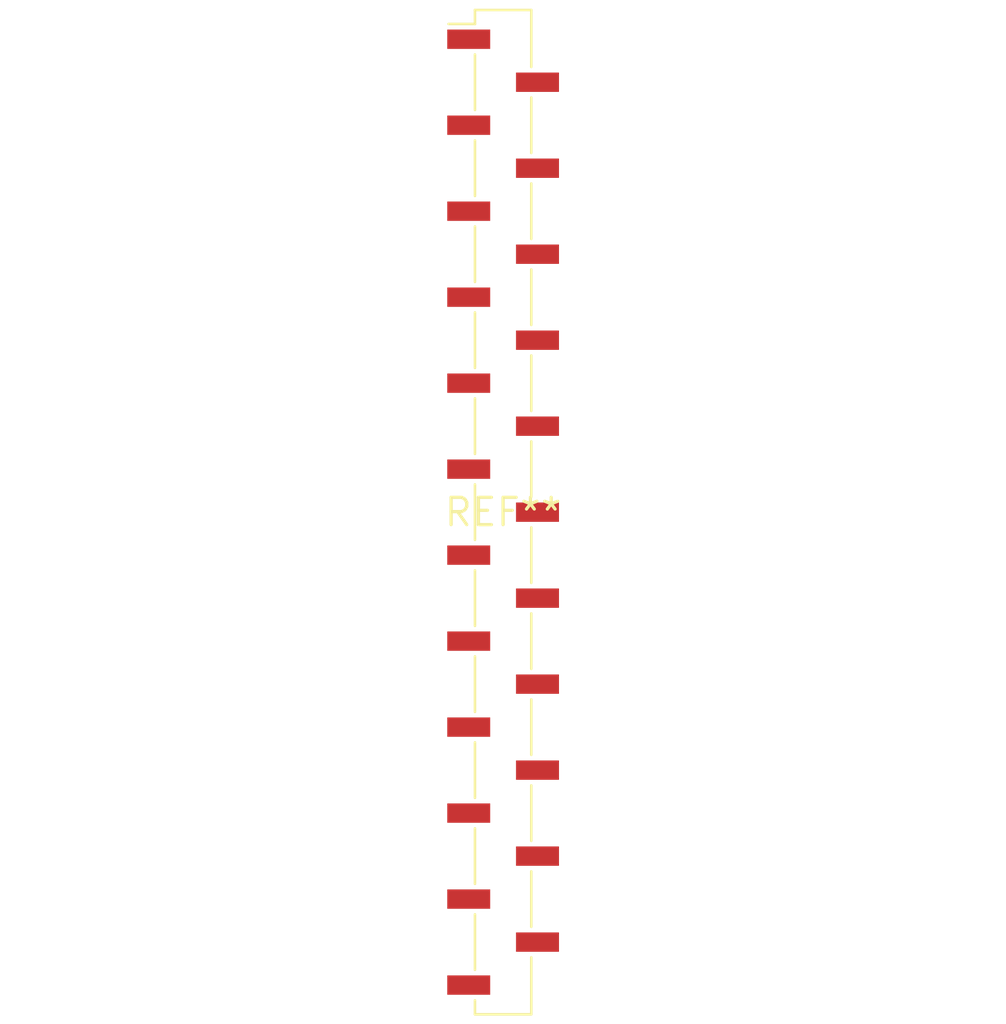
<source format=kicad_pcb>
(kicad_pcb (version 20240108) (generator pcbnew)
  (layers (0 "F.Cu" signal) (31 "B.Cu" signal) (34 "B.Paste" user) (35 "F.Paste" user) (36 "B.SilkS" user "B.Silkscreen") (37 "F.SilkS" user "F.Silkscreen") (38 "B.Mask" user) (39 "F.Mask" user) (44 "Edge.Cuts" user))
  (net 0 "")
  (footprint "PinSocket_1x23_P2.00mm_Vertical_SMD_Pin1Left" (layer "F.Cu") (at 0 0)
    (property "Reference" "REF**")
    (property "Value" "PinSocket_1x23_P2.00mm_Vertical_SMD_Pin1Left")
    (fp_line (start -2.54 -22.71) (end -1.31 -22.71) (layer "F.SilkS") (stroke (width 0.12)))
    (fp_line (start -1.31 -23.36) (end -1.31 -22.71) (layer "F.SilkS") (stroke (width 0.12)))
    (fp_line (start -1.31 -23.36) (end 1.31 -23.36) (layer "F.SilkS") (stroke (width 0.12)))
    (fp_line (start -1.31 -21.29) (end -1.31 -18.71) (layer "F.SilkS") (stroke (width 0.12)))
    (fp_line (start -1.31 -17.29) (end -1.31 -14.71) (layer "F.SilkS") (stroke (width 0.12)))
    (fp_line (start -1.31 -13.29) (end -1.31 -10.71) (layer "F.SilkS") (stroke (width 0.12)))
    (fp_line (start -1.31 -9.29) (end -1.31 -6.71) (layer "F.SilkS") (stroke (width 0.12)))
    (fp_line (start -1.31 -5.29) (end -1.31 -2.71) (layer "F.SilkS") (stroke (width 0.12)))
    (fp_line (start -1.31 -1.29) (end -1.31 1.29) (layer "F.SilkS") (stroke (width 0.12)))
    (fp_line (start -1.31 2.71) (end -1.31 5.29) (layer "F.SilkS") (stroke (width 0.12)))
    (fp_line (start -1.31 6.71) (end -1.31 9.29) (layer "F.SilkS") (stroke (width 0.12)))
    (fp_line (start -1.31 10.71) (end -1.31 13.29) (layer "F.SilkS") (stroke (width 0.12)))
    (fp_line (start -1.31 14.71) (end -1.31 17.29) (layer "F.SilkS") (stroke (width 0.12)))
    (fp_line (start -1.31 18.71) (end -1.31 21.29) (layer "F.SilkS") (stroke (width 0.12)))
    (fp_line (start -1.31 22.71) (end -1.31 23.36) (layer "F.SilkS") (stroke (width 0.12)))
    (fp_line (start -1.31 23.36) (end 1.31 23.36) (layer "F.SilkS") (stroke (width 0.12)))
    (fp_line (start 1.31 -23.36) (end 1.31 -20.71) (layer "F.SilkS") (stroke (width 0.12)))
    (fp_line (start 1.31 -19.29) (end 1.31 -16.71) (layer "F.SilkS") (stroke (width 0.12)))
    (fp_line (start 1.31 -15.29) (end 1.31 -12.71) (layer "F.SilkS") (stroke (width 0.12)))
    (fp_line (start 1.31 -11.29) (end 1.31 -8.71) (layer "F.SilkS") (stroke (width 0.12)))
    (fp_line (start 1.31 -7.29) (end 1.31 -4.71) (layer "F.SilkS") (stroke (width 0.12)))
    (fp_line (start 1.31 -3.29) (end 1.31 -0.71) (layer "F.SilkS") (stroke (width 0.12)))
    (fp_line (start 1.31 0.71) (end 1.31 3.29) (layer "F.SilkS") (stroke (width 0.12)))
    (fp_line (start 1.31 4.71) (end 1.31 7.29) (layer "F.SilkS") (stroke (width 0.12)))
    (fp_line (start 1.31 8.71) (end 1.31 11.29) (layer "F.SilkS") (stroke (width 0.12)))
    (fp_line (start 1.31 12.71) (end 1.31 15.29) (layer "F.SilkS") (stroke (width 0.12)))
    (fp_line (start 1.31 16.71) (end 1.31 19.29) (layer "F.SilkS") (stroke (width 0.12)))
    (fp_line (start 1.31 20.71) (end 1.31 23.36) (layer "F.SilkS") (stroke (width 0.12)))
    (pad "1" smd rect (at -1.6 -22) (size 2 0.9) (layers "F.Cu" "F.Paste" "F.Mask"))
    (pad "2" smd rect (at 1.6 -20) (size 2 0.9) (layers "F.Cu" "F.Paste" "F.Mask"))
    (pad "3" smd rect (at -1.6 -18) (size 2 0.9) (layers "F.Cu" "F.Paste" "F.Mask"))
    (pad "4" smd rect (at 1.6 -16) (size 2 0.9) (layers "F.Cu" "F.Paste" "F.Mask"))
    (pad "5" smd rect (at -1.6 -14) (size 2 0.9) (layers "F.Cu" "F.Paste" "F.Mask"))
    (pad "6" smd rect (at 1.6 -12) (size 2 0.9) (layers "F.Cu" "F.Paste" "F.Mask"))
    (pad "7" smd rect (at -1.6 -10) (size 2 0.9) (layers "F.Cu" "F.Paste" "F.Mask"))
    (pad "8" smd rect (at 1.6 -8) (size 2 0.9) (layers "F.Cu" "F.Paste" "F.Mask"))
    (pad "9" smd rect (at -1.6 -6) (size 2 0.9) (layers "F.Cu" "F.Paste" "F.Mask"))
    (pad "10" smd rect (at 1.6 -4) (size 2 0.9) (layers "F.Cu" "F.Paste" "F.Mask"))
    (pad "11" smd rect (at -1.6 -2) (size 2 0.9) (layers "F.Cu" "F.Paste" "F.Mask"))
    (pad "12" smd rect (at 1.6 0) (size 2 0.9) (layers "F.Cu" "F.Paste" "F.Mask"))
    (pad "13" smd rect (at -1.6 2) (size 2 0.9) (layers "F.Cu" "F.Paste" "F.Mask"))
    (pad "14" smd rect (at 1.6 4) (size 2 0.9) (layers "F.Cu" "F.Paste" "F.Mask"))
    (pad "15" smd rect (at -1.6 6) (size 2 0.9) (layers "F.Cu" "F.Paste" "F.Mask"))
    (pad "16" smd rect (at 1.6 8) (size 2 0.9) (layers "F.Cu" "F.Paste" "F.Mask"))
    (pad "17" smd rect (at -1.6 10) (size 2 0.9) (layers "F.Cu" "F.Paste" "F.Mask"))
    (pad "18" smd rect (at 1.6 12) (size 2 0.9) (layers "F.Cu" "F.Paste" "F.Mask"))
    (pad "19" smd rect (at -1.6 14) (size 2 0.9) (layers "F.Cu" "F.Paste" "F.Mask"))
    (pad "20" smd rect (at 1.6 16) (size 2 0.9) (layers "F.Cu" "F.Paste" "F.Mask"))
    (pad "21" smd rect (at -1.6 18) (size 2 0.9) (layers "F.Cu" "F.Paste" "F.Mask"))
    (pad "22" smd rect (at 1.6 20) (size 2 0.9) (layers "F.Cu" "F.Paste" "F.Mask"))
    (pad "23" smd rect (at -1.6 22) (size 2 0.9) (layers "F.Cu" "F.Paste" "F.Mask"))
  )
)
</source>
